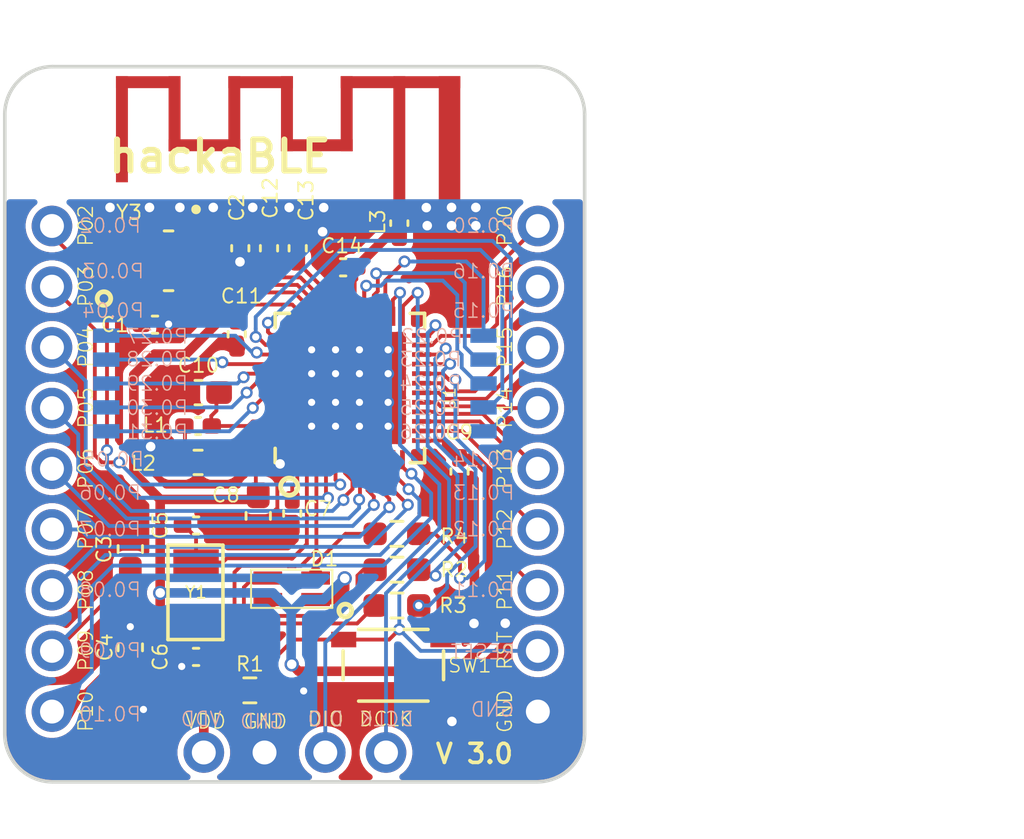
<source format=kicad_pcb>
(kicad_pcb (version 20241229) (generator "pcbnew") (generator_version "9.0")
  (layers (0 "F.Cu" signal) (2 "B.Cu" signal) (13 "F.Paste" user) (15 "B.Paste" user) (5 "F.SilkS" user "F.Silkscreen") (7 "B.SilkS" user "B.Silkscreen") (1 "F.Mask" user) (3 "B.Mask" user) (25 "Edge.Cuts" user))
  (net 0 "")
  (net 1 "GND")
  (net 2 "VDD")
  (net 3 "Net-(L1-Pad1)")
  (net 4 "Net-(L3-Pad2)")
  (net 5 "/P0.09")
  (net 6 "/P0.10")
  (net 7 "/P0.08")
  (net 8 "/P0.07")
  (net 9 "/P0.06")
  (net 10 "/P0.05")
  (net 11 "/P0.04")
  (net 12 "/P0.03")
  (net 13 "/P0.02")
  (net 14 "/P0.20")
  (net 15 "/P0.16")
  (net 16 "/P0.15")
  (net 17 "/P0.14")
  (net 18 "/P0.13")
  (net 19 "/P0.12")
  (net 20 "/P0.11")
  (net 21 "/RESET")
  (net 22 "/P0.24")
  (net 23 "/P0.25")
  (net 24 "/P0.26")
  (net 25 "/P0.23")
  (net 26 "/P0.22")
  (net 27 "/P0.29")
  (net 28 "/P0.30")
  (net 29 "/P0.31")
  (net 30 "/P0.28")
  (net 31 "/P0.27")
  (net 32 "/SWDCLK")
  (net 33 "/SWDIO")
  (net 34 "/BLUE")
  (net 35 "/GREEN")
  (net 36 "/RED")
  (net 37 "Net-(U1-XC2)")
  (net 38 "Net-(U1-XC1)")
  (net 39 "Net-(U1-P0.00{slash}XL1)")
  (net 40 "Net-(U1-P0.01{slash}XL2)")
  (net 41 "Net-(U1-DEC1)")
  (net 42 "Net-(U1-DEC4)")
  (net 43 "Net-(U1-DEC3)")
  (net 44 "Net-(U1-DEC2)")
  (net 45 "Net-(U1-ANT)")
  (net 46 "Net-(D1-BK)")
  (net 47 "Net-(D1-RK)")
  (net 48 "Net-(D1-GK)")
  (net 49 "Net-(U1-DCC)")
  (footprint "Capacitor_SMD:C_0603_1608Metric_Pad1.08x0.95mm_HandSolder" (layer "F.Cu") (at 169.25 123.3875 90)
    (property "Reference" "C3")
    (property "Value" "TBD")
  )
  (footprint "Capacitor_SMD:C_0603_1608Metric_Pad1.08x0.95mm_HandSolder" (layer "F.Cu") (at 169.25 127.5 -90)
    (property "Reference" "C4")
    (property "Value" "TBD")
  )
  (footprint "Capacitor_SMD:C_0402_1005Metric_Pad0.74x0.62mm_HandSolder" (layer "F.Cu") (at 172 122.4)
    (property "Reference" "C5")
    (property "Value" "12pF")
  )
  (footprint "Capacitor_SMD:C_0402_1005Metric_Pad0.74x0.62mm_HandSolder" (layer "F.Cu") (at 172 127.9 180)
    (property "Reference" "C6")
    (property "Value" "12pF")
  )
  (footprint "Capacitor_SMD:C_0402_1005Metric_Pad0.74x0.62mm_HandSolder" (layer "F.Cu") (at 176.022 121.9 -90)
    (property "Reference" "C7")
    (property "Value" "0.1uF")
  )
  (footprint "Capacitor_SMD:C_0603_1608Metric_Pad1.08x0.95mm_HandSolder" (layer "F.Cu") (at 174.6 122 90)
    (property "Reference" "C8")
    (property "Value" "4.7uF")
  )
  (footprint "Capacitor_SMD:C_0402_1005Metric_Pad0.74x0.62mm_HandSolder" (layer "F.Cu") (at 183.019 120.142 90)
    (property "Reference" "C9")
    (property "Value" "0.1uF")
  )
  (footprint "Capacitor_SMD:C_0603_1608Metric_Pad1.08x0.95mm_HandSolder" (layer "F.Cu") (at 172.1 116.84)
    (property "Reference" "C10")
    (property "Value" "1uF")
  )
  (footprint "Capacitor_SMD:C_0402_1005Metric_Pad0.74x0.62mm_HandSolder" (layer "F.Cu") (at 173.7 114.4 90)
    (property "Reference" "C11")
    (property "Value" "0.1uF")
  )
  (footprint "Capacitor_SMD:C_0402_1005Metric_Pad0.74x0.62mm_HandSolder" (layer "F.Cu") (at 175.05 110.8 -90)
    (property "Reference" "C12")
    (property "Value" "100pF")
  )
  (footprint "Capacitor_SMD:C_0402_1005Metric_Pad0.74x0.62mm_HandSolder" (layer "F.Cu") (at 176.25 110.8 -90)
    (property "Reference" "C13")
    (property "Value" "NC")
  )
  (footprint "hackaBLE:RGB_LED" (layer "F.Cu") (at 176 125.05 180)
    (property "Reference" "D1")
    (property "Value" "LED_ARGB")
  )
  (footprint "hackaBLE:Pin_Header_Straight_1x04_Pitch2.54" (layer "F.Cu") (at 179.944 131.9 -90)
    (property "Reference" "J7" (hide yes))
    (property "Value" "SWD")
  )
  (footprint "Inductor_SMD:L_0402_1005Metric_Pad0.77x0.64mm_HandSolder" (layer "F.Cu") (at 172.085 118.237)
    (property "Reference" "L1")
    (property "Value" "15nH")
  )
  (footprint "Inductor_SMD:L_0603_1608Metric_Pad1.05x0.95mm_HandSolder" (layer "F.Cu") (at 172.085 119.761 180)
    (property "Reference" "L2")
    (property "Value" "10uH")
  )
  (footprint "Resistor_SMD:R_0603_1608Metric_Pad0.98x0.95mm_HandSolder" (layer "F.Cu") (at 174.25 129.3)
    (property "Reference" "R1")
    (property "Value" "10K")
  )
  (footprint "Resistor_SMD:R_0603_1608Metric_Pad0.98x0.95mm_HandSolder" (layer "F.Cu") (at 180.400008 124.25)
    (property "Reference" "R2")
    (property "Value" "100R")
  )
  (footprint "Resistor_SMD:R_0603_1608Metric_Pad0.98x0.95mm_HandSolder" (layer "F.Cu") (at 180.4 125.75)
    (property "Reference" "R3")
    (property "Value" "100R")
  )
  (footprint "Resistor_SMD:R_0603_1608Metric_Pad0.98x0.95mm_HandSolder" (layer "F.Cu") (at 180.4 122.75)
    (property "Reference" "R4")
    (property "Value" "200R")
  )
  (footprint "hackaBLE:ABS07_crystal" (layer "F.Cu") (at 172 125.2 -90)
    (property "Reference" "Y1")
    (property "Value" "32.768KHz" (hide yes))
  )
  (footprint "hackaBLE:Antenna-2.45GHZ_mirror" (layer "F.Cu") (at 170.213 106.3)
    (property "Reference" "U3" (hide yes))
    (property "Value" "RF_Antenna")
  )
  (footprint "Inductor_SMD:L_0402_1005Metric_Pad0.77x0.64mm_HandSolder" (layer "F.Cu") (at 180.5 109.75 90)
    (property "Reference" "L3")
    (property "Value" "3.9uH")
  )
  (footprint "Capacitor_SMD:C_0402_1005Metric_Pad0.74x0.62mm_HandSolder" (layer "F.Cu") (at 178.151 111.598)
    (property "Reference" "C14")
    (property "Value" "0.8pF")
  )
  (footprint "hackaBLE:PinHeaderStraight1x09_Pitch2.54mm" (layer "F.Cu") (at 165.974 130.188 180)
    (property "Reference" "J1" (hide yes))
    (property "Value" "GPIO")
  )
  (footprint "hackaBLE:PinHeaderStraight1x09_Pitch2.54mm" (layer "F.Cu") (at 186.294 109.868)
    (property "Reference" "J2" (hide yes))
    (property "Value" "GPIO")
  )
  (footprint "Capacitor_SMD:C_0402_1005Metric_Pad0.74x0.62mm_HandSolder" (layer "F.Cu") (at 170.283 113.998)
    (property "Reference" "C1")
    (property "Value" "12pF")
  )
  (footprint "Capacitor_SMD:C_0402_1005Metric_Pad0.74x0.62mm_HandSolder" (layer "F.Cu") (at 173.85 110.8 -90)
    (property "Reference" "C2")
    (property "Value" "12pF")
  )
  (footprint "hackaBLE:nRF52832" (layer "F.Cu") (at 178.433 116.648 90)
    (property "Reference" "U1")
    (property "Value" "nrf52832")
  )
  (footprint "hackaBLE:PTS810_Switch" (layer "F.Cu") (at 180.25 128.25)
    (property "Reference" "SW1")
    (property "Value" "SW_Push")
  )
  (footprint "crystal:XTAL_ABM8-32.000MHZ-B2-T3" (layer "F.Cu") (at 170.85 111.325 -90)
    (property "Reference" "Y3")
    (property "Value" "ABM8-32.000MHZ-B2-T3")
  )
  (footprint "hackaBLE:5pin_header" (layer "B.Cu") (at 184.023 116.459)
    (property "Reference" "J3" (hide yes))
    (property "Value" "GPIO")
  )
  (footprint "hackaBLE:5pin_header" (layer "B.Cu") (at 168.245 116.459)
    (property "Reference" "J5" (hide yes))
    (property "Value" "GPIO")
  )
  (gr_circle (center 168.148 112.903) (end 168.275 113.157) (stroke (width 0.2)) (fill no) (layer "F.SilkS"))
  (gr_circle (center 175.895 120.777) (end 176.149 121.031) (stroke (width 0.2)) (fill no) (layer "F.SilkS"))
  (gr_circle (center 178.24196 125.96114) (end 178.35626 126.20498) (stroke (width 0.2)) (fill no) (layer "F.SilkS"))
  (gr_line (start 186.25 103.2) (end 166 103.2) (stroke (width 0.15)) (layer "Edge.Cuts"))
  (gr_arc (start 186.25 103.2) (mid 187.664214 103.785786) (end 188.25 105.2) (stroke (width 0.15)) (layer "Edge.Cuts"))
  (gr_line (start 166 133.128) (end 186.25 133.128) (stroke (width 0.15)) (layer "Edge.Cuts"))
  (gr_line (start 188.25 131.128) (end 188.25 105.2) (stroke (width 0.15)) (layer "Edge.Cuts"))
  (gr_arc (start 164 105.2) (mid 164.585786 103.785786) (end 166 103.2) (stroke (width 0.15)) (layer "Edge.Cuts"))
  (gr_arc (start 188.25 131.128) (mid 187.664214 132.542214) (end 186.25 133.128) (stroke (width 0.15)) (layer "Edge.Cuts"))
  (gr_line (start 164 105.2) (end 164 131.128) (stroke (width 0.15)) (layer "Edge.Cuts"))
  (gr_arc (start 166 133.128) (mid 164.585786 132.542214) (end 164 131.128) (stroke (width 0.15)) (layer "Edge.Cuts"))
  (gr_text "V 3.0" (at 183.642 131.953 0) (layer "F.SilkS") (effects (font (size 0.8 0.8))))
  (gr_text "GND" (at 174.9 130.6 0) (layer "F.SilkS") (effects (font (size 0.6 0.6) (thickness 0.06))))
  (gr_text "DIO" (at 177.419 130.5 0) (layer "F.SilkS") (effects (font (size 0.6 0.6) (thickness 0.06))))
  (gr_text "DCLK" (at 179.959 130.5 0) (layer "F.SilkS") (effects (font (size 0.6 0.6) (thickness 0.06))))
  (gr_text "P09" (at 167.386 127.635 90) (layer "F.SilkS") (effects (font (size 0.6 0.6) (thickness 0.06))))
  (gr_text "P08" (at 167.386 125.095 90) (layer "F.SilkS") (effects (font (size 0.6 0.6) (thickness 0.06))))
  (gr_text "P07" (at 167.386 122.555 90) (layer "F.SilkS") (effects (font (size 0.6 0.6) (thickness 0.06))))
  (gr_text "P06" (at 167.386 120.015 90) (layer "F.SilkS") (effects (font (size 0.6 0.6) (thickness 0.06))))
  (gr_text "P05" (at 167.386 117.475 90) (layer "F.SilkS") (effects (font (size 0.6 0.6) (thickness 0.06))))
  (gr_text "P04" (at 167.386 114.935 90) (layer "F.SilkS") (effects (font (size 0.6 0.6) (thickness 0.06))))
  (gr_text "P03" (at 167.386 112.395 90) (layer "F.SilkS") (effects (font (size 0.6 0.6) (thickness 0.06))))
  (gr_text "P02" (at 167.386 109.855 90) (layer "F.SilkS") (effects (font (size 0.6 0.6) (thickness 0.06))))
  (gr_text "GND" (at 184.912 130.175 90) (layer "F.SilkS") (effects (font (size 0.6 0.6) (thickness 0.06))))
  (gr_text "RST" (at 184.912 127.635 90) (layer "F.SilkS") (effects (font (size 0.6 0.6) (thickness 0.06))))
  (gr_text "P11" (at 184.912 125.095 90) (layer "F.SilkS") (effects (font (size 0.6 0.6) (thickness 0.06))))
  (gr_text "P12" (at 184.912 122.555 90) (layer "F.SilkS") (effects (font (size 0.6 0.6) (thickness 0.06))))
  (gr_text "P13" (at 184.912 120.015 90) (layer "F.SilkS") (effects (font (size 0.6 0.6) (thickness 0.06))))
  (gr_text "P14" (at 184.912 117.475 90) (layer "F.SilkS") (effects (font (size 0.6 0.6) (thickness 0.06))))
  (gr_text "P15" (at 184.912 114.935 90) (layer "F.SilkS") (effects (font (size 0.6 0.6) (thickness 0.06))))
  (gr_text "P16" (at 184.912 112.395 90) (layer "F.SilkS") (effects (font (size 0.6 0.6) (thickness 0.06))))
  (gr_text "P20" (at 184.912 109.855 90) (layer "F.SilkS") (effects (font (size 0.6 0.6) (thickness 0.06))))
  (gr_text "VDD" (at 172.4 130.6 0) (layer "F.SilkS") (effects (font (size 0.6 0.6) (thickness 0.06))))
  (gr_text "P10" (at 167.386 130.175 90) (layer "F.SilkS") (effects (font (size 0.6 0.6) (thickness 0.06))))
  (gr_text "hackaBLE" (at 172.9994 106.9594 0) (layer "F.SilkS") (effects (font (size 1.3 1.3) (thickness 0.25))))
  (gr_text "GND" (at 184.4 130.1 0) (layer "B.SilkS") (effects (font (size 0.6 0.6) (thickness 0.06)) (justify mirror)))
  (gr_text "RESET" (at 184 127.7 0) (layer "B.SilkS") (effects (font (size 0.6 0.6) (thickness 0.06)) (justify mirror)))
  (gr_text "P0.11" (at 184.023 125.095 0) (layer "B.SilkS") (effects (font (size 0.6 0.6) (thickness 0.06)) (justify mirror)))
  (gr_text "P0.12" (at 184.023 122.555 0) (layer "B.SilkS") (effects (font (size 0.6 0.6) (thickness 0.06)) (justify mirror)))
  (gr_text "P0.13" (at 184.023 121.031 0) (layer "B.SilkS") (effects (font (size 0.6 0.6) (thickness 0.06)) (justify mirror)))
  (gr_text "P0.14\n" (at 184.023 119.634 0) (layer "B.SilkS") (effects (font (size 0.6 0.6) (thickness 0.06)) (justify mirror)))
  (gr_text "P0.15\n" (at 184.023 113.411 0) (layer "B.SilkS") (effects (font (size 0.6 0.6) (thickness 0.06)) (justify mirror)))
  (gr_text "P0.16" (at 184.023 111.76 0) (layer "B.SilkS") (effects (font (size 0.6 0.6) (thickness 0.06)) (justify mirror)))
  (gr_text "P0.20" (at 184.023 109.855 0) (layer "B.SilkS") (effects (font (size 0.6 0.6) (thickness 0.06)) (justify mirror)))
  (gr_text "P0.10" (at 168.402 130.302 0) (layer "B.SilkS") (effects (font (size 0.6 0.6) (thickness 0.06)) (justify mirror)))
  (gr_text "P0.09" (at 168.402 127.635 0) (layer "B.SilkS") (effects (font (size 0.6 0.6) (thickness 0.06)) (justify mirror)))
  (gr_text "P0.08" (at 168.402 125.095 0) (layer "B.SilkS") (effects (font (size 0.6 0.6) (thickness 0.06)) (justify mirror)))
  (gr_text "P0.07" (at 168.402 122.555 0) (layer "B.SilkS") (effects (font (size 0.6 0.6) (thickness 0.06)) (justify mirror)))
  (gr_text "P0.06" (at 168.402 121.031 0) (layer "B.SilkS") (effects (font (size 0.6 0.6) (thickness 0.06)) (justify mirror)))
  (gr_text "P0.05" (at 168.529 119.634 0) (layer "B.SilkS") (effects (font (size 0.6 0.6) (thickness 0.06)) (justify mirror)))
  (gr_text "P0.04" (at 168.529 113.411 0) (layer "B.SilkS") (effects (font (size 0.6 0.6) (thickness 0.06)) (justify mirror)))
  (gr_text "P0.03" (at 168.529 111.76 0) (layer "B.SilkS") (effects (font (size 0.6 0.6) (thickness 0.06)) (justify mirror)))
  (gr_text "P0.02" (at 168.402 109.855 0) (layer "B.SilkS") (effects (font (size 0.6 0.6) (thickness 0.06)) (justify mirror)))
  (gr_text "P0.27" (at 170.3705 114.4905 0) (layer "B.SilkS") (effects (font (size 0.6 0.6) (thickness 0.06)) (justify mirror)))
  (gr_text "P0.28" (at 170.3705 115.443 0) (layer "B.SilkS") (effects (font (size 0.6 0.6) (thickness 0.06)) (justify mirror)))
  (gr_text "P0.29" (at 170.3705 116.459 0) (layer "B.SilkS") (effects (font (size 0.6 0.6) (thickness 0.06)) (justify mirror)))
  (gr_text "P0.30" (at 170.3705 117.475 0) (layer "B.SilkS") (effects (font (size 0.6 0.6) (thickness 0.06)) (justify mirror)))
  (gr_text "P0.31" (at 170.3705 118.491 0) (layer "B.SilkS") (effects (font (size 0.6 0.6) (thickness 0.06)) (justify mirror)))
  (gr_text "P0.26" (at 181.8005 118.491 0) (layer "B.SilkS") (effects (font (size 0.6 0.6) (thickness 0.06)) (justify mirror)))
  (gr_text "P0.25" (at 181.8005 117.475 0) (layer "B.SilkS") (effects (font (size 0.6 0.6) (thickness 0.06)) (justify mirror)))
  (gr_text "P0.24" (at 181.8005 116.459 0) (layer "B.SilkS") (effects (font (size 0.6 0.6) (thickness 0.06)) (justify mirror)))
  (gr_text "P0.23" (at 181.8005 115.443 0) (layer "B.SilkS") (effects (font (size 0.6 0.6) (thickness 0.06)) (justify mirror)))
  (gr_text "P0.22" (at 181.864 114.4905 0) (layer "B.SilkS") (effects (font (size 0.6 0.6) (thickness 0.06)) (justify mirror)))
  (gr_text "VDD" (at 172.212 130.5 0) (layer "B.SilkS") (effects (font (size 0.6 0.6) (thickness 0.06)) (justify mirror)))
  (gr_text "GND" (at 174.752 130.6 0) (layer "B.SilkS") (effects (font (size 0.6 0.6) (thickness 0.06)) (justify mirror)))
  (gr_text "DIO" (at 177.419 130.5 0) (layer "B.SilkS") (effects (font (size 0.6 0.6) (thickness 0.06)) (justify mirror)))
  (gr_text "DCLK" (at 179.959 130.5 0) (layer "B.SilkS") (effects (font (size 0.6 0.6) (thickness 0.06)) (justify mirror)))
  (segment (start 175.433 117.648) (end 176.022 117.648) (width 0.16) (layer "F.Cu") (net 1))
  (segment (start 176.833 118.248) (end 176.233 117.648) (width 0.16) (layer "F.Cu") (net 1))
  (segment (start 184.93101 126.917526) (end 184.93101 126.493262) (width 0.4) (layer "F.Cu") (net 1))
  (segment (start 176.022 122.4675) (end 175.6675 122.4675) (width 0.16) (layer "F.Cu") (net 1))
  (segment (start 178.233 113.648) (end 178.233 112.733) (width 0.16) (layer "F.Cu") (net 1))
  (segment (start 173.837 111.3675) (end 173.837 111.405) (width 0.4) (layer "F.Cu") (net 1))
  (segment (start 178.233 113.648) (end 178.233 114.367) (width 0.16) (layer "F.Cu") (net 1))
  (segment (start 176.5 130) (end 174.864 131.636) (width 0.4) (layer "F.Cu") (net 1))
  (segment (start 170.1 119.1) (end 170.1 118.09) (width 0.4) (layer "F.Cu") (net 1))
  (segment (start 175.433 117.648) (end 177.433 117.648) (width 0.16) (layer "F.Cu") (net 1))
  (segment (start 183.642 123.698) (end 183.019 123.075) (width 0.4) (layer "F.Cu") (net 1))
  (segment (start 173.042 112.2) (end 172 112.2) (width 0.4) (layer "F.Cu") (net 1))
  (segment (start 176.25 110.25) (end 176.25 110.186) (width 0.4) (layer "F.Cu") (net 1))
  (segment (start 173.837 111.405) (end 173.042 112.2) (width 0.4) (layer "F.Cu") (net 1))
  (segment (start 184.93101 128.82501) (end 184.93101 126.917526) (width 0.4) (layer "F.Cu") (net 1))
  (segment (start 174.864 131.636) (end 174.864 131.9) (width 0.4) (layer "F.Cu") (net 1))
  (segment (start 176.5 129.325) (end 176.5 130) (width 0.4) (layer "F.Cu") (net 1))
  (segment (start 177.433 117.648) (end 178.433 116.648) (width 0.16) (layer "F.Cu") (net 1))
  (segment (start 176.233 117.648) (end 176.022 117.648) (width 0.16) (layer "F.Cu") (net 1))
  (segment (start 183.623 126.5) (end 183.642 126.481) (width 0.4) (layer "F.Cu") (net 1))
  (segment (start 175.6675 122.4675) (end 175.4 122.2) (width 0.16) (layer "F.Cu") (net 1))
  (segment (start 183.019 123.075) (end 183.019 120.692) (width 0.4) (layer "F.Cu") (net 1))
  (segment (start 170.8505 113.975) (end 170.8505 113.998) (width 0.16) (layer "F.Cu") (net 1))
  (segment (start 175.4 119.9385) (end 175.514 119.8245) (width 0.16) (layer "F.Cu") (net 1))
  (segment (start 178.233 112.733) (end 177.5835 112.0835) (width 0.16) (layer "F.Cu") (net 1))
  (segment (start 186.294 130.188) (end 184.93101 128.82501) (width 0.4) (layer "F.Cu") (net 1))
  (segment (start 170.1 118.09) (end 171.35 116.84) (width 0.4) (layer "F.Cu") (net 1))
  (segment (start 183.642 126.481) (end 183.642 123.698) (width 0.4) (layer "F.Cu") (net 1))
  (segment (start 175.4 122.2) (end 175.4 119.9385) (width 0.16) (layer "F.Cu") (net 1))
  (segment (start 176.25 110.186) (end 177.338 109.098) (width 0.4) (layer "F.Cu") (net 1))
  (segment (start 176.5 129.325) (end 178.175 129.325) (width 0.4) (layer "F.Cu") (net 1))
  (segment (start 177.5835 112.0835) (end 177.5835 111.598) (width 0.16) (layer "F.Cu") (net 1))
  (via (at 172.72 109.093) (size 0.6) (drill 0.4) (layers "F.Cu" "B.Cu") (net 1))
  (via (at 184.93101 126.493262) (size 0.6) (drill 0.4) (layers "F.Cu" "B.Cu") (net 1))
  (via (at 171.4 128.3) (size 0.5) (drill 0.3) (layers "F.Cu" "B.Cu") (net 1))
  (via (at 173.837 111.3675) (size 0.6) (drill 0.4) (layers "F.Cu" "B.Cu") (net 1))
  (via (at 183.623 126.5) (size 0.6) (drill 0.4) (layers "F.Cu" "B.Cu") (net 1))
  (via (at 171.323 109.093) (size 0.6) (drill 0.4) (layers "F.Cu" "B.Cu") (net 1))
  (via (at 183.7 109.855) (size 0.6) (drill 0.4) (layers "F.Cu" "B.Cu") (net 1))
  (via (at 181.668 109.855) (size 0.6) (drill 0.4) (layers "F.Cu" "B.Cu") (net 1))
  (via (at 183.7 109.093) (size 0.6) (drill 0.4) (layers "F.Cu" "B.Cu") (net 1))
  (via (at 169.25 126.6375) (size 0.5) (drill 0.3) (layers "F.Cu" "B.Cu") (net 1))
  (via (at 176.5 129.325) (size 0.5) (drill 0.3) (layers "F.Cu" "B.Cu") (net 1))
  (via (at 170.8505 113.975) (size 0.5) (drill 0.3) (layers "F.Cu" "B.Cu") (net 1))
  (via (at 174.371 109.093) (size 0.6) (drill 0.4) (layers "F.Cu" "B.Cu") (net 1))
  (via (at 177.292 110.109) (size 0.6) (drill 0.4) (layers "F.Cu" "B.Cu") (net 1))
  (via (at 175.514 119.8245) (size 0.6) (drill 0.4) (layers "F.Cu" "B.Cu") (net 1))
  (via (at 181.63 109.099) (size 0.6) (drill 0.4) (layers "F.Cu" "B.Cu") (net 1))
  (via (at 175.895 109.093) (size 0.6) (drill 0.4) (layers "F.Cu" "B.Cu") (net 1))
  (via (at 170.053 109.093) (size 0.6) (drill 0.4) (layers "F.Cu" "B.Cu") (net 1))
  (via (at 168.402 109.093) (size 0.6) (drill 0.4) (layers "F.Cu" "B.Cu") (net 1))
  (via (at 182.684 109.855) (size 0.6) (drill 0.4) (layers "F.Cu" "B.Cu") (net 1))
  (via (at 169.8 130.1) (size 0.5) (drill 0.3) (layers "F.Cu" "B.Cu") (net 1))
  (via (at 182.684 109.093) (size 0.6) (drill 0.4) (layers "F.Cu" "B.Cu") (net 1))
  (via (at 177.338 109.098) (size 0.6) (drill 0.4) (layers "F.Cu" "B.Cu") (net 1))
  (via (at 170.1 119.1) (size 0.6) (drill 0.4) (layers "F.Cu" "B.Cu") (net 1))
  (via (at 182.7 130.6) (size 0.6) (drill 0.4) (layers "F.Cu" "B.Cu") (net 1))
  (segment (start 171.323 109.093) (end 170.053 109.093) (width 0.4) (layer "B.Cu") (net 1))
  (segment (start 184.924272 126.5) (end 184.93101 126.493262) (width 0.4) (layer "B.Cu") (net 1))
  (segment (start 183.7 109.093) (end 182.684 109.093) (width 0.4) (layer "B.Cu") (net 1))
  (segment (start 182.7 130.6) (end 182.735 130.6) (width 0.4) (layer "B.Cu") (net 1))
  (segment (start 172.72 109.093) (end 171.323 109.093) (width 0.4) (layer "B.Cu") (net 1))
  (segment (start 182.684 109.855) (end 183.7 109.855) (width 0.4) (layer "B.Cu") (net 1))
  (segment (start 171.4 130.1) (end 172.2 129.3) (width 0.4) (layer "B.Cu") (net 1))
  (segment (start 177.338 109.098) (end 175.9 109.098) (width 0.4) (layer "B.Cu") (net 1))
  (segment (start 181.63 109.099) (end 181.63 109.817) (width 0.4) (layer "B.Cu") (net 1))
  (segment (start 176.475 129.3) (end 176.5 129.325) (width 0.4) (layer "B.Cu") (net 1))
  (segment (start 183.7 109.093) (end 183.7 109.855) (width 0.4) (layer "B.Cu") (net 1))
  (segment (start 169.8 130.1) (end 171.4 130.1) (width 0.4) (layer "B.Cu") (net 1))
  (segment (start 183.623 126.5) (end 184.924272 126.5) (width 0.4) (layer "B.Cu") (net 1))
  (segment (start 181.63 109.099) (end 182.678 109.099) (width 0.4) (layer "B.Cu") (net 1))
  (segment (start 175.9 109.098) (end 175.895 109.093) (width 0.4) (layer "B.Cu") (net 1))
  (segment (start 177.338 110.063) (end 177.292 110.109) (width 0.4) (layer "B.Cu") (net 1))
  (segment (start 177.338 109.098) (end 177.338 110.063) (width 0.4) (layer "B.Cu") (net 1))
  (segment (start 182.735 130.6) (end 183.147 130.188) (width 0.4) (layer "B.Cu") (net 1))
  (segment (start 175.895 109.093) (end 174.371 109.093) (width 0.4) (layer "B.Cu") (net 1))
  (segment (start 183.147 130.188) (end 186.294 130.188) (width 0.4) (layer "B.Cu") (net 1))
  (segment (start 170.053 109.093) (end 168.402 109.093) (width 0.4) (layer "B.Cu") (net 1))
  (segment (start 181.668 109.855) (end 182.684 109.855) (width 0.4) (layer "B.Cu") (net 1))
  (segment (start 174.371 109.093) (end 172.72 109.093) (width 0.4) (layer "B.Cu") (net 1))
  (segment (start 182.678 109.099) (end 182.684 109.093) (width 0.4) (layer "B.Cu") (net 1))
  (segment (start 172.2 129.3) (end 176.475 129.3) (width 0.4) (layer "B.Cu") (net 1))
  (segment (start 181.63 109.817) (end 181.668 109.855) (width 0.4) (layer "B.Cu") (net 1))
  (segment (start 170.5 128.75) (end 171.25 129.5) (width 0.4) (layer "F.Cu") (net 2))
  (segment (start 175.433 118.848) (end 175.03 118.848) (width 0.16) (layer "F.Cu") (net 2))
  (segment (start 169.4 116.096) (end 170.264989 115.231011) (width 0.4) (layer "F.Cu") (net 2))
  (segment (start 174.6 121.1375) (end 174.5 121.2375) (width 0.4) (layer "F.Cu") (net 2))
  (segment (start 173.3375 129.5) (end 172.324 130.5135) (width 0.4) (layer "F.Cu") (net 2))
  (segment (start 174.5 121.0375) (end 174.6 121.1375) (width 0.16) (layer "F.Cu") (net 2))
  (segment (start 178.216 124.613001) (end 178.212315 124.616686) (width 0.4) (layer "F.Cu") (net 2))
  (segment (start 176.233 113.648) (end 176.233 113.368) (width 0.16) (layer "F.Cu") (net 2))
  (segment (start 174.5 119.251) (end 174.5 121.0375) (width 0.16) (layer "F.Cu") (net 2))
  (segment (start 183.669 119.592) (end 183.019 119.592) (width 0.4) (layer "F.Cu") (net 2))
  (segment (start 170.5 121.3115) (end 169.4 120.2115) (width 0.4) (layer "F.Cu") (net 2))
  (segment (start 181.433 118.848) (end 182.325 118.848) (width 0.16) (layer "F.Cu") (net 2))
  (segment (start 169.4 120.2115) (end 169.4 116.096) (width 0.4) (layer "F.Cu") (net 2))
  (segment (start 182.904 128.5) (end 184.277 127.127) (width 0.4) (layer "F.Cu") (net 2))
  (segment (start 175.433 118.848) (end 174.903 118.848) (width 0.16) (layer "F.Cu") (net 2))
  (segment (start 183.019 119.542) (end 182.476 118.999) (width 0.4) (layer "F.Cu") (net 2))
  (segment (start 177.75 125.5) (end 178.216 125.034) (width 0.4) (layer "F.Cu") (net 2))
  (segment (start 182.325 118.848) (end 182.476 118.999) (width 0.16) (layer "F.Cu") (net 2))
  (segment (start 174.326 121.3115) (end 170.5 121.3115) (width 0.4) (layer "F.Cu") (net 2))
  (segment (start 173.1375 129.5) (end 173.3375 129.3) (width 0.4) (layer "F.Cu") (net 2))
  (segment (start 183.019 119.592) (end 183.019 119.542) (width 0.4) (layer "F.Cu") (net 2))
  (segment (start 176.291 128.5) (end 182.904 128.5) (width 0.4) (layer "F.Cu") (net 2))
  (segment (start 184.277 120.2) (end 183.669 119.592) (width 0.4) (layer "F.Cu") (net 2))
  (segment (start 177.75 125.5) (end 177 125.5) (width 0.4) (layer "F.Cu") (net 2))
  (segment (start 173.3375 129.3) (end 173.3375 129.5) (width 0.4) (layer "F.Cu") (net 2))
  (segment (start 174.5 121.2375) (end 174.4 121.2375) (width 0.4) (layer "F.Cu") (net 2))
  (segment (start 184.277 127.127) (end 184.277 120.2) (width 0.4) (layer "F.Cu") (net 2))
  (segment (start 176.233 113.368) (end 176.022 113.157) (width 0.16) (layer "F.Cu") (net 2))
  (segment (start 174.752 121.3895) (end 174.752 121.449) (width 0.4) (layer "F.Cu") (net 2))
  (segment (start 170.5 121.3115) (end 170.5 125.222) (width 0.4) (layer "F.Cu") (net 2))
  (segment (start 171.25 129.5) (end 173.1375 129.5) (width 0.4) (layer "F.Cu") (net 2))
  (segment (start 170.5 125.222) (end 170.5 128.75) (width 0.4) (layer "F.Cu") (net 2))
  (segment (start 178.212315 124.616686) (end 178.184317 124.616686) (width 0.4) (layer "F.Cu") (net 2))
  (segment (start 172.324 130.5135) (end 172.324 131.9) (width 0.4) (layer "F.Cu") (net 2))
  (segment (start 174.4 121.2375) (end 174.326 121.3115) (width 0.4) (layer "F.Cu") (net 2))
  (segment (start 171.577 115.231011) (end 172.975511 113.8325) (width 0.4) (layer "F.Cu") (net 2))
  (segment (start 172.975511 113.8325) (end 173.7 113.8325) (width 0.4) (layer "F.Cu") (net 2))
  (segment (start 176 128.209) (end 176.291 128.5) (width 0.4) (layer "F.Cu") (net 2))
  (segment (start 178.184317 124.616686) (end 178.157 124.644003) (width 0.4) (layer "F.Cu") (net 2))
  (segment (start 170.264989 115.231011) (end 171.577 115.231011) (width 0.4) (layer "F.Cu") (net 2))
  (segment (start 176.022 113.157) (end 174.3755 113.157) (width 0.16) (layer "F.Cu") (net 2))
  (segment (start 174.903 118.848) (end 174.5 119.251) (width 0.16) (layer "F.Cu") (net 2))
  (segment (start 174.3755 113.157) (end 173.7 113.8325) (width 0.16) (layer "F.Cu") (net 2))
  (segment (start 178.216 125.034) (end 178.216 124.613001) (width 0.4) (layer "F.Cu") (net 2))
  (via (at 170.5 125.222) (size 0.6) (drill 0.4) (layers "F.Cu" "B.Cu") (net 2))
  (via (at 176 128.209) (size 0.6) (drill 0.4) (layers "F.Cu" "B.Cu") (net 2))
  (via (at 178.216 124.613001) (size 0.6) (drill 0.4) (layers "F.Cu" "B.Cu") (net 2))
  (segment (start 175.976001 128.185001) (end 175.976001 125.984) (width 0.4) (layer "B.Cu") (net 2))
  (segment (start 176.016 125.984) (end 175.976001 125.984) (width 0.4) (layer "B.Cu") (net 2))
  (segment (start 175.214001 125.222) (end 175.976001 125.984) (width 0.4) (layer "B.Cu") (net 2))
  (segment (start 176 128.209) (end 175.976001 128.185001) (width 0.4) (layer "B.Cu") (net 2))
  (segment (start 176.5 125.5) (end 176.016 125.984) (width 0.4) (layer "B.Cu") (net 2))
  (segment (start 178.216 124.613001) (end 177.329001 125.5) (width 0.4) (layer "B.Cu") (net 2))
  (segment (start 170.5 125.222) (end 175.214001 125.222) (width 0.4) (layer "B.Cu") (net 2))
  (segment (start 177.329001 125.5) (end 176.5 125.5) (width 0.4) (layer "B.Cu") (net 2))
  (segment (start 171.38396 119.761) (end 171.38396 119.00156) (width 0.16) (layer "F.Cu") (net 3))
  (segment (start 171.535 118.237) (end 171.535 118.872) (width 0.16) (layer "F.Cu") (net 3))
  (segment (start 171.51352 118.872) (end 171.535 118.872) (width 0.16) (layer "F.Cu") (net 3))
  (segment (start 171.38396 119.00156) (end 171.51352 118.872) (width 0.16) (layer "F.Cu") (net 3))
  (segment (start 180.233 119.648) (end 180.233 120.225066) (width 0.16) (layer "F.Cu") (net 5))
  (segment (start 169.25 124.543) (end 166.145 127.648) (width 0.16) (layer "F.Cu") (net 5))
  (segment (start 180.639591 120.631657) (end 180.88959 120.881656) (width 0.16) (layer "F.Cu") (net 5))
  (segment (start 180.233 120.225066) (end 180.639591 120.631657) (width 0.16) (layer "F.Cu") (net 5))
  (segment (start 169.25 124.25) (end 169.25 124.543) (width 0.16) (layer "F.Cu") (net 5))
  (via (at 180.88959 120.881656) (size 0.5) (drill 0.3) (layers "F.Cu" "B.Cu") (net 5))
  (segment (start 171.196 123.6345) (end 179.705 123.6345) (width 0.16) (layer "B.Cu") (net 5))
  (segment (start 168.2115 123.6345) (end 167.132 124.714) (width 0.16) (layer "B.Cu") (net 5))
  (segment (start 167.132 124.714) (end 167.132 126.49) (width 0.16) (layer "B.Cu") (net 5))
  (segment (start 167.132 126.49) (end 165.974 127.648) (width 0.16) (layer "B.Cu") (net 5))
  (segment (start 181.3395 121.331566) (end 181.1 121.092066) (width 0.16) (layer "B.Cu") (net 5))
  (segment (start 179.705 123.6345) (end 181.3395 122) (width 0.16) (layer "B.Cu") (net 5))
  (segment (start 171.196 123.6345) (end 168.2115 123.6345) (width 0.16) (layer "B.Cu") (net 5))
  (segment (start 181.1 121.092066) (end 180.88959 120.881656) (width 0.16) (layer "B.Cu") (net 5))
  (segment (start 181.3395 122) (end 181.3395 121.331566) (width 0.16) (layer "B.Cu") (net 5))
  (segment (start 180.916732 120.231732) (end 181.006467 120.231732) (width 0.16) (layer "F.Cu") (net 6))
  (segment (start 180.633 119.648) (end 180.633 119.948) (width 0.16) (layer "F.Cu") (net 6))
  (segment (start 165.974 130.238) (end 165.974 130.188) (width 0.16) (layer "F.Cu") (net 6))
  (segment (start 168.3375 128.3625) (end 166.512 130.188) (width 0.16) (layer "F.Cu") (net 6))
  (segment (start 166.512 130.188) (end 166.145 130.188) (width 0.16) (layer "F.Cu") (net 6))
  (segment (start 180.633 119.948) (end 180.916732 120.231732) (width 0.16) (layer "F.Cu") (net 6))
  (segment (start 169.25 128.3625) (end 168.3375 128.3625) (width 0.16) (layer "F.Cu") (net 6))
  (via (at 181.006467 120.231732) (size 0.5) (drill 0.3) (layers "F.Cu" "B.Cu") (net 6))
  (segment (start 169.672 124.079001) (end 179.832 124.079001) (width 0.16) (layer "B.Cu") (net 6))
  (segment (start 168.528999 124.079001) (end 167.64 124.968) (width 0.16) (layer "B.Cu") (net 6))
  (segment (start 167.64 124.968) (end 167.64 128.522) (width 0.16) (layer "B.Cu") (net 6))
  (segment (start 167.64 128.522) (end 165.974 130.188) (width 0.16) (layer "B.Cu") (net 6))
  (segment (start 181.832251 121.057516) (end 181.006467 120.231732) (width 0.16) (layer "B.Cu") (net 6))
  (segment (start 181.832251 122.07875) (end 181.832251 121.057516) (width 0.16) (layer "B.Cu") (net 6))
  (segment (start 169.672 124.079001) (end 168.528999 124.079001) (width 0.16) (layer "B.Cu") (net 6))
  (segment (start 179.832 124.079001) (end 181.832251 122.07875) (width 0.16) (layer "B.Cu") (net 6))
  (segment (start 180.605491 121.284994) (end 180.85549 121.534993) (width 0.16) (layer "F.Cu") (net 7))
  (segment (start 179.833 120.512503) (end 180.605491 121.284994) (width 0.16) (layer "F.Cu") (net 7))
  (segment (start 179.833 119.648) (end 179.833 120.512503) (width 0.16) (layer "F.Cu") (net 7))
  (via (at 180.85549 121.534993) (size 0.5) (drill 0.3) (layers "F.Cu" "B.Cu") (net 7))
  (segment (start 179.219061 123.294939) (end 180.85549 121.65851) (width 0.16) (layer "B.Cu") (net 7))
  (segment (start 180.85549 121.65851) (end 180.85549 121.534993) (width 0.16) (layer "B.Cu") (net 7))
  (segment (start 165.974 125.108) (end 167.787061 123.294939) (width 0.16) (layer "B.Cu") (net 7))
  (segment (start 167.787061 123.294939) (end 178.054 123.294939) (width 0.16) (layer "B.Cu") (net 7))
  (segment (start 178.054 123.294939) (end 179.219061 123.294939) (width 0.16) (layer "B.Cu") (net 7))
  (segment (start 179.482753 119.697753) (end 179.482753 120.683798) (width 0.16) (layer "F.Cu") (net 8))
  (segment (start 180.08083 121.281875) (end 180.08083 121.635428) (width 0.16) (layer "F.Cu") (net 8))
  (segment (start 179.433 119.648) (end 179.482753 119.697753) (width 0.16) (layer "F.Cu") (net 8))
  (segment (start 179.482753 120.683798) (end 180.08083 121.281875) (width 0.16) (layer "F.Cu") (net 8))
  (via (at 180.08083 121.635428) (size 0.5) (drill 0.3) (layers "F.Cu" "B.Cu") (net 8))
  (segment (start 167.480581 122.8725) (end 178.843758 122.8725) (width 0.16) (layer "B.Cu") (net 8))
  (segment (start 179.830831 121.885427) (end 180.08083 121.635428) (width 0.16) (layer "B.Cu") (net 8))
  (segment (start 167.176081 122.568) (end 167.480581 122.8725) (width 0.16) (layer "B.Cu") (net 8))
  (segment (start 165.974 122.568) (end 167.176081 122.568) (width 0.16) (layer "B.Cu") (net 8))
  (segment (start 178.843758 122.8725) (end 179.830831 121.885427) (width 0.16) (layer "B.Cu") (net 8))
  (segment (start 179.033 119.648) (end 179.033 120.089039) (width 0.16) (layer "F.Cu") (net 9))
  (segment (start 179.168743 120.922168) (end 179.433715 121.18714) (width 0.16) (layer "F.Cu") (net 9))
  (segment (start 179.033 120.089039) (end 179.168743 120.224782) (width 0.16) (layer "F.Cu") (net 9))
  (segment (start 179.433715 121.18714) (end 179.433715 121.540693) (width 0.16) (layer "F.Cu") (net 9))
  (segment (start 179.168743 120.224782) (end 179.168743 120.922168) (width 0.16) (layer "F.Cu") (net 9))
  (via (at 179.433715 121.540693) (size 0.5) (drill 0.3) (layers "F.Cu" "B.Cu") (net 9))
  (segment (start 178.553387 122.421021) (end 179.183716 121.790692) (width 0.16) (layer "B.Cu") (net 9))
  (segment (start 165.974 120.028) (end 168.367021 122.421021) (width 0.16) (layer "B.Cu") (net 9))
  (segment (start 179.183716 121.790692) (end 179.433715 121.540693) (width 0.16) (layer "B.Cu") (net 9))
  (segment (start 168.367021 122.421021) (end 178.553387 122.421021) (width 0.16) (layer "B.Cu") (net 9))
  (segment (start 178.633 120.133117) (end 178.854732 120.354849) (width 0.16) (layer "F.Cu") (net 10))
  (segment (start 178.854732 121.281768) (end 178.818946 121.317554) (width 0.16) (layer "F.Cu") (net 10))
  (segment (start 178.854732 120.354849) (end 178.854732 121.281768) (width 0.16) (layer "F.Cu") (net 10))
  (segment (start 178.633 119.648) (end 178.633 120.133117) (width 0.16) (layer "F.Cu") (net 10))
  (via (at 178.818946 121.317554) (size 0.5) (drill 0.3) (layers "F.Cu" "B.Cu") (net 10))
  (segment (start 169.09701 122.10701) (end 178.383043 122.10701) (width 0.16) (layer "B.Cu") (net 10))
  (segment (start 178.383043 122.10701) (end 178.818946 121.671107) (width 0.16) (layer "B.Cu") (net 10))
  (segment (start 178.818946 121.671107) (end 178.818946 121.317554) (width 0.16) (layer "B.Cu") (net 10))
  (segment (start 167.071998 120.081998) (end 169.09701 122.10701) (width 0.16) (layer "B.Cu") (net 10))
  (segment (start 167.071998 118.585998) (end 167.071998 120.081998) (width 0.16) (layer "B.Cu") (net 10))
  (segment (start 165.974 117.488) (end 167.071998 118.585998) (width 0.16) (layer "B.Cu") (net 10))
  (segment (start 178.233 119.648) (end 178.233 120.208) (width 0.16) (layer "F.Cu") (net 11))
  (segment (start 178.540721 120.515721) (end 178.540721 120.873637) (width 0.16) (layer "F.Cu") (net 11))
  (segment (start 178.16512 121.249238) (end 178.16512 121.333155) (width 0.16) (layer "F.Cu") (net 11))
  (segment (start 178.540721 120.873637) (end 178.16512 121.249238) (width 0.16) (layer "F.Cu") (net 11))
  (segment (start 178.233 120.208) (end 178.540721 120.515721) (width 0.16) (layer "F.Cu") (net 11))
  (via (at 178.16512 121.333155) (size 0.5) (drill 0.3) (layers "F.Cu" "B.Cu") (net 11))
  (segment (start 169.291 121.793) (end 177.705275 121.793) (width 0.16) (layer "B.Cu") (net 11))
  (segment (start 167.386 116.36) (end 167.386 119.888) (width 0.16) (layer "B.Cu") (net 11))
  (segment (start 177.915121 121.583154) (end 178.16512 121.333155) (width 0.16) (layer "B.Cu") (net 11))
  (segment (start 165.974 114.948) (end 167.386 116.36) (width 0.16) (layer "B.Cu") (net 11))
  (segment (start 167.386 119.888) (end 169.291 121.793) (width 0.16) (layer "B.Cu") (net 11))
  (segment (start 177.705275 121.793) (end 177.915121 121.583154) (width 0.16) (layer "B.Cu") (net 11))
  (segment (start 177.833 119.648) (end 177.833 120.492495) (width 0.16) (layer "F.Cu") (net 12))
  (segment (start 177.833 120.492495) (end 178.027549 120.687044) (width 0.16) (layer "F.Cu") (net 12))
  (segment (start 168.066678 119.761) (end 168.783 119.761) (width 0.16) (layer "F.Cu") (net 12))
  (segment (start 165.974 112.408) (end 167.767 114.201) (width 0.16) (layer "F.Cu") (net 12))
  (segment (start 167.767 114.201) (end 167.767 119.461322) (width 0.16) (layer "F.Cu") (net 12))
  (segment (start 167.767 119.461322) (end 168.066678 119.761) (width 0.16) (layer "F.Cu") (net 12))
  (via (at 178.027549 120.687044) (size 0.5) (drill 0.3) (layers "F.Cu" "B.Cu") (net 12))
  (via (at 168.783 119.761) (size 0.5) (drill 0.3) (layers "F.Cu" "B.Cu") (net 12))
  (segment (start 178.027549 120.687044) (end 170.017434 120.687044) (width 0.16) (layer "B.Cu") (net 12))
  (segment (start 169.709044 120.687044) (end 170.017434 120.687044) (width 0.16) (layer "B.Cu") (net 12))
  (segment (start 168.783 119.761) (end 169.672 120.65) (width 0.16) (layer "B.Cu") (net 12))
  (segment (start 168.275 119.253) (end 168.275 112.559) (width 0.16) (layer "F.Cu") (net 13))
  (segment (start 168.275 112.559) (end 167.984 112.268) (width 0.16) (layer "F.Cu") (net 13))
  (segment (start 177.433 121.16148) (end 177.51701 121.24549) (width 0.16) (layer "F.Cu") (net 13))
  (segment (start 165.974 110.258) (end 167.984 112.268) (width 0.16) (layer "F.Cu") (net 13))
  (segment (start 177.433 119.648) (end 177.433 121.16148) (width 0.16) (layer "F.Cu") (net 13))
  (via (at 177.51701 121.24549) (size 0.5) (drill 0.3) (layers "F.Cu" "B.Cu") (net 13))
  (via (at 168.275 119.253) (size 0.5) (drill 0.3) (layers "F.Cu" "B.Cu") (net 13))
  (segment (start 169.551168 121.24549) (end 168.275 119.969322) (width 0.16) (layer "B.Cu") (net 13))
  (segment (start 170.23588 121.24549) (end 169.76203 121.24549) (width 0.16) (layer "B.Cu") (net 13))
  (segment (start 168.275 119.969322) (end 168.275 119.606553) (width 0.16) (layer "B.Cu") (net 13))
  (segment (start 170.23588 121.24549) (end 169.869182 121.24549) (width 0.16) (layer "B.Cu") (net 13))
  (segment (start 170.23588 121.24549) (end 177.51701 121.24549) (width 0.16) (layer "B.Cu") (net 13))
  (segment (start 169.76203 121.24549) (end 169.551168 121.24549) (width 0.16) (layer "B.Cu") (net 13))
  (segment (start 177.163457 121.24549) (end 177.51701 121.24549) (width 0.16) (layer "B.Cu") (net 13))
  (segment (start 168.275 119.606553) (end 168.275 119.253) (width 0.16) (layer "B.Cu") (net 13))
  (segment (start 169.76203 121.24549) (end 177.163457 121.24549) (width 0.16) (layer "B.Cu") (net 13))
  (segment (start 184.59196 111.57004) (end 184.79516 111.36684) (width 0.16) (layer "F.Cu") (net 14))
  (segment (start 181.433 114.848) (end 181.869676 114.848) (width 0.16) (layer "F.Cu") (net 14))
  (segment (start 182.250036 114.46764) (end 184.09412 114.46764) (width 0.16) (layer "F.Cu") (net 14))
  (segment (start 184.09412 114.46764) (end 184.59196 113.9698) (width 0.16) (layer "F.Cu") (net 14))
  (segment (start 181.869676 114.848) (end 182.250036 114.46764) (width 0.16) (layer "F.Cu") (net 14))
  (segment (start 184.59196 113.9698) (end 184.59196 111.57004) (width 0.16) (layer "F.Cu") (net 14))
  (segment (start 184.79516 111.36684) (end 186.294 109.868) (width 0.16) (layer "F.Cu") (net 14))
  (segment (start 184.905971 115.535389) (end 184.905971 113.796029) (width 0.16) (layer "F.Cu") (net 15))
  (segment (start 181.433 116.448) (end 182.221798 116.448) (width 0.16) (layer "F.Cu") (net 15))
  (segment (start 185.444001 113.257999) (end 186.294 112.408) (width 0.16) (layer "F.Cu") (net 15))
  (segment (start 184.905971 113.796029) (end 185.444001 113.257999) (width 0.16) (layer "F.Cu") (net 15))
  (segment (start 182.5619 116.788102) (end 183.653258 116.788102) (width 0.16) (layer "F.Cu") (net 15))
  (segment (start 183.653258 116.788102) (end 184.905971 115.535389) (width 0.16) (layer "F.Cu") (net 15))
  (segment (start 182.221798 116.448) (end 182.5619 116.788102) (width 0.16) (layer "F.Cu") (net 15))
  (segment (start 185.444001 115.797999) (end 186.294 114.948) (width 0.16) (layer "F.Cu") (net 16))
  (segment (start 182.401194 117.102113) (end 184.139887 117.102113) (width 0.16) (layer "F.Cu") (net 16))
  (segment (start 182.147081 116.848) (end 182.401194 117.102113) (width 0.16) (layer "F.Cu") (net 16))
  (segment (start 184.139887 117.102113) (end 185.444001 115.797999) (width 0.16) (layer "F.Cu") (net 16))
  (segment (start 181.433 116.848) (end 182.147081 116.848) (width 0.16) (layer "F.Cu") (net 16))
  (segment (start 184.85612 117.416122) (end 184.927998 117.488) (width 0.16) (layer "F.Cu") (net 17))
  (segment (start 181.433 117.248) (end 182.06452 117.248) (width 0.16) (layer "F.Cu") (net 17))
  (segment (start 182.06452 117.248) (end 182.232642 117.416122) (width 0.16) (layer "F.Cu") (net 17))
  (segment (start 182.232642 117.416122) (end 184.85612 117.416122) (width 0.16) (layer "F.Cu") (net 17))
  (segment (start 184.927998 117.488) (end 186.294 117.488) (width 0.16) (layer "F.Cu") (net 17))
  (segment (start 183.996132 117.730132) (end 186.294 120.028) (width 0.16) (layer "F.Cu") (net 18))
  (segment (start 181.993 117.648) (end 182.075132 117.730132) (width 0.16) (layer "F.Cu") (net 18))
  (segment (start 181.433 117.648) (end 181.993 117.648) (width 0.16) (layer "F.Cu") (net 18))
  (segment (start 182.075132 117.730132) (end 183.996132 117.730132) (width 0.16) (layer "F.Cu") (net 18))
  (segment (start 185.025022 121.299022) (end 185.444001 121.718001) (width 0.16) (layer "F.Cu") (net 19))
  (segment (start 181.433 118.048) (end 183.869922 118.048) (width 0.16) (layer "F.Cu") (net 19))
  (segment (start 185.025022 119.2031) (end 185.025022 121.299022) (width 0.16) (layer "F.Cu") (net 19))
  (segment (start 183.869922 118.048) (end 185.025022 119.2031) (width 0.16) (layer "F.Cu") (net 19))
  (segment (start 185.444001 121.718001) (end 186.294 122.568) (width 0.16) (layer "F.Cu") (net 19))
  (segment (start 184.711011 120.020227) (end 184.711011 123.525011) (width 0.16) (layer "F.Cu") (net 20))
  (segment (start 184.711011 123.525011) (end 186.294 125.108) (width 0.16) (layer "F.Cu") (net 20))
  (segment (start 181.433 118.448) (end 183.138784 118.448) (width 0.16) (layer "F.Cu") (net 20))
  (segment (start 183.138784 118.448) (end 184.711011 120.020227) (width 0.16) (layer "F.Cu") (net 20))
  (segment (start 175.1625 128.0875) (end 176.075 127.175) (width 0.16) (layer "F.Cu") (net 21))
  (segment (start 180.075 127.175) (end 178.175 127.175) (width 0.16) (layer "F.Cu") (net 21))
  (segment (start 181.433 114.448) (end 181.733 114.448) (width 0.16) (layer "F.Cu") (net 21))
  (segment (start 175.1625 129.3) (end 175.1625 128.0875) (width 0.16) (layer "F.Cu") (net 21))
  (segment (start 180.5 126.75) (end 180.075 127.175) (width 0.16) (layer "F.Cu") (net 21))
  (segment (start 181.733 114.448) (end 182.011485 114.169515) (width 0.16) (layer "F.Cu") (net 21))
  (segment (start 176.075 127.175) (end 178.175 127.175) (width 0.16) (layer "F.Cu") (net 21))
  (segment (start 182.011485 114.169515) (end 182.011485 114.021697) (width 0.16) (layer "F.Cu") (net 21))
  (via (at 180.5 126.75) (size 0.5) (drill 0.3) (layers "F.Cu" "B.Cu") (net 21))
  (via (at 182.011485 114.021697) (size 0.5) (drill 0.3) (layers "F.Cu" "B.Cu") (net 21))
  (segment (start 180.5 125.2) (end 182.933032 122.766968) (width 0.16) (layer "B.Cu") (net 21))
  (segment (start 181.398 127.648) (end 186.153 127.648) (width 0.16) (layer "B.Cu") (net 21))
  (segment (start 180.5 126.75) (end 181.398 127.648) (width 0.16) (layer "B.Cu") (net 21))
  (segment (start 181.687462 114.34572) (end 182.011485 114.021697) (width 0.16) (layer "B.Cu") (net 21))
  (segment (start 180.5 126.75) (end 180.5 125.2) (width 0.16) (layer "B.Cu") (net 21))
  (segment (start 182.933032 122.766968) (end 182.933032 120.322032) (width 0.16) (layer "B.Cu") (net 21))
  (segment (start 185.799 128.143) (end 186.294 127.648) (width 0.16) (layer "B.Cu") (net 21))
  (segment (start 181.687462 119.076462) (end 181.687462 114.34572) (width 0.16) (layer "B.Cu") (net 21))
  (segment (start 182.933032 120.322032) (end 181.687462 119.076462) (width 0.16) (layer "B.Cu") (net 21))
  (segment (start 179.033 112.451588) (end 179.11701 112.367578) (width 0.16) (layer "F.Cu") (net 22))
  (segment (start 179.033 113.648) (end 179.033 112.451588) (width 0.16) (layer "F.Cu") (net 22))
  (segment (start 179.033 113.648) (end 179.033 112.649) (width 0.16) (layer "F.Cu") (net 22))
  (segment (start 179.033 112.649) (end 179.033 112.612) (width 0.16) (layer "F.Cu") (net 22))
  (via (at 179.11701 112.367578) (size 0.5) (drill 0.3) (layers "F.Cu" "B.Cu") (net 22))
  (segment (start 182.924997 112.757497) (end 182.924997 115.076259) (width 0.16) (layer "B.Cu") (net 22))
  (segment (start 182.924988 115.076268) (end 183.110001 115.261281) (width 0.16) (layer "B.Cu") (net 22))
  (segment (start 179.946979 112.153021) (end 182.320521 112.153021) (width 0.16) (layer "B.Cu") (net 22))
  (segment (start 182.320521 112.153021) (end 182.924997 112.757497) (width 0.16) (layer "B.Cu") (net 22))
  (segment (start 184.023 116.459) (end 184.273 116.459) (width 0.16) (layer "B.Cu") (net 22))
  (segment (start 179.732422 112.367578) (end 179.946979 112.153021) (width 0.16) (layer "B.Cu") (net 22))
  (segment (start 179.11701 112.367578) (end 179.732422 112.367578) (width 0.16) (layer "B.Cu") (net 22))
  (segment (start 182.924997 115.076259) (end 182.924988 115.076268) (width 0.16) (layer "B.Cu") (net 22))
  (segment (start 183.110001 115.261281) (end 183.110001 115.796001) (width 0.16) (layer "B.Cu") (net 22))
  (segment (start 183.110001 115.796001) (end 183.773 116.459) (width 0.16) (layer "B.Cu") (net 22))
  (segment (start 183.773 116.459) (end 184.023 116.459) (width 0.16) (layer "B.Cu") (net 22))
  (segment (start 175.683 114.448) (end 175.383 114.448) (width 0.16) (layer "F.Cu") (net 23))
  (segment (start 175.006 114.3) (end 175.006 113.919) (width 0.16) (layer "F.Cu") (net 23))
  (segment (start 175.433 114.448) (end 175.154 114.448) (width 0.16) (layer "F.Cu") (net 23))
  (segment (start 175.154 114.448) (end 175.006 114.3) (width 0.16) (layer "F.Cu") (net 23))
  (via (at 175.006 113.919) (size 0.5) (drill 0.3) (layers "F.Cu" "B.Cu") (net 23))
  (segment (start 182.118 110.871) (end 178.054 110.871) (width 0.16) (layer "B.Cu") (net 23))
  (segment (start 183.896 110.871) (end 184.807001 111.782001) (width 0.16) (layer "B.Cu") (net 23))
  (segment (start 184.807001 111.782001) (end 184.807001 113.433001) (width 0.16) (layer "B.Cu") (net 23))
  (segment (start 184.807001 116.924999) (end 184.807001 113.433001) (width 0.16) (layer "B.Cu") (net 23))
  (segment (start 184.023 117.459) (end 184.273 117.459) (width 0.16) (layer "B.Cu") (net 23))
  (segment (start 182.118 110.871) (end 183.896 110.871) (width 0.16) (layer "B.Cu") (net 23))
  (segment (start 184.273 117.459) (end 184.807001 116.924999) (width 0.16) (layer "B.Cu") (net 23))
  (segment (start 183.773 117.459) (end 184.023 117.459) (width 0.16) (layer "B.Cu") (net 23))
  (segment (start 178.054 110.871) (end 175.006 113.919) (width 0.16) (layer "B.Cu") (net 23))
  (segment (start 175.433 114.848) (end 174.911798 114.848) (width 0.16) (layer "F.Cu") (net 24))
  (segment (start 174.575038 114.51124) (end 174.49534 114.51124) (width 0.16) (layer "F.Cu") (net 24))
  (segment (start 174.911798 114.848) (end 174.575038 114.51124) (width 0.16) (layer "F.Cu") (net 24))
  (via (at 174.49534 114.51124) (size 0.5) (drill 0.3) (layers "F.Cu" "B.Cu") (net 24))
  (segment (start 177.673 110.49) (end 174.49534 113.66766) (width 0.16) (layer "B.Cu") (net 24))
  (segment (start 174.49534 114.157687) (end 174.49534 114.51124) (width 0.16) (layer "B.Cu") (net 24))
  (segment (start 185.166 111.252) (end 184.404 110.49) (width 0.16) (layer "B.Cu") (net 24))
  (segment (start 185.166 117.566) (end 185.166 111.252) (width 0.16) (layer "B.Cu") (net 24))
  (segment (start 184.273 118.459) (end 185.166 117.566) (width 0.16) (layer "B.Cu") (net 24))
  (segment (start 184.023 118.459) (end 184.273 118.459) (width 0.16) (layer "B.Cu") (net 24))
  (segment (start 184.404 110.49) (end 177.673 110.49) (width 0.16) (layer "B.Cu") (net 24))
  (segment (start 174.49534 113.66766) (end 174.49534 114.157687) (width 0.16) (layer "B.Cu") (net 24))
  (segment (start 179.433 113.648) (end 179.433 112.767912) (width 0.16) (layer "F.Cu") (net 25))
  (segment (start 179.601012 111.920096) (end 179.535867 111.854951) (width 0.16) (layer "F.Cu") (net 25))
  (segment (start 179.601012 112.5999) (end 179.601012 111.920096) (width 0.16) (layer "F.Cu") (net 25))
  (segment (start 179.433 112.767912) (end 179.601012 112.5999) (width 0.16) (layer "F.Cu") (net 25))
  (via (at 179.535867 111.854951) (size 0.5) (drill 0.3) (layers "F.Cu" "B.Cu") (net 25))
  (segment (start 179.551807 111.839011) (end 182.832011 111.839011) (width 0.16) (layer "B.Cu") (net 25))
  (segment (start 179.535867 111.854951) (end 179.551807 111.839011) (width 0.16) (layer "B.Cu") (net 25))
  (segment (start 184.023 115.459) (end 184.273 115.459) (width 0.16) (layer "B.Cu") (net 25))
  (segment (start 183.238999 112.245999) (end 183.238999 114.924999) (width 0.16) (layer "B.Cu") (net 25))
  (segment (start 182.832011 111.839011) (end 183.238999 112.245999) (width 0.16) (layer "B.Cu") (net 25))
  (segment (start 183.773 115.459) (end 183.238999 114.924999) (width 0.16) (layer "B.Cu") (net 25))
  (segment (start 184.023 115.459) (end 183.773 115.459) (width 0.16) (layer "B.Cu") (net 25))
  (segment (start 179.915023 112.729967) (end 179.915023 112.155794) (width 0.16) (layer "F.Cu") (net 26))
  (segment (start 179.833 113.648) (end 179.833 112.81199) (width 0.16) (layer "F.Cu") (net 26))
  (segment (start 179.833 112.81199) (end 179.915023 112.729967) (width 0.16) (layer "F.Cu") (net 26))
  (segment (start 179.915023 112.155794) (end 180.715807 111.35501) (width 0.16) (layer "F.Cu") (net 26))
  (via (at 180.715807 111.35501) (size 0.5) (drill 0.3) (layers "F.Cu" "B.Cu") (net 26))
  (segment (start 183.30051 111.35501) (end 184.023 112.0775) (width 0.16) (layer "B.Cu") (net 26))
  (segment (start 181.903088 111.35501) (end 181.06936 111.35501) (width 0.16) (layer "B.Cu") (net 26))
  (segment (start 184.023 114.459) (end 184.023 112.0775) (width 0.16) (layer "B.Cu") (net 26))
  (segment (start 181.903088 111.35501) (end 183.30051 111.35501) (width 0.16) (layer "B.Cu") (net 26))
  (segment (start 181.06936 111.35501) (end 180.715807 111.35501) (width 0.16) (layer "B.Cu") (net 26))
  (segment (start 174.139427 116.048) (end 173.988738 116.198689) (width 0.16) (layer "F.Cu") (net 27))
  (segment (start 175.433 116.048) (end 174.139427 116.048) (width 0.16) (layer "F.Cu") (net 27))
  (via (at 173.988738 116.198689) (size 0.5) (drill 0.3) (layers "F.Cu" "B.Cu") (net 27))
  (segment (start 168.245 116.459) (end 173.728427 116.459) (width 0.16) (layer "B.Cu") (net 27))
  (segment (start 173.738739 116.448688) (end 173.988738 116.198689) (width 0.16) (layer "B.Cu") (net 27))
  (segment (start 173.728427 116.459) (end 173.738739 116.448688) (width 0.16) (layer "B.Cu") (net 27))
  (segment (start 174.917078 116.448) (end 174.509 116.448) (width 0.16) (layer "F.Cu") (net 28))
  (segment (start 174.509 116.448) (end 174.117 116.84) (width 0.16) (layer "F.Cu") (net 28))
  (segment (start 175.433 116.448) (end 174.917078 116.448) (width 0.16) (layer "F.Cu") (net 28))
  (via (at 174.117 116.84) (size 0.5) (drill 0.3) (layers "F.Cu" "B.Cu") (net 28))
  (segment (start 168.245 117.459) (end 173.498 117.459) (width 0.16) (layer "B.Cu") (net 28))
  (segment (start 173.498 117.459) (end 174.117 116.84) (width 0.16) (layer "B.Cu") (net 28))
  (segment (start 175.433 116.848) (end 174.873 116.848) (width 0.16) (layer "F.Cu") (net 29))
  (segment (start 174.798999 117.054574) (end 174.622261 117.231312) (width 0.16) (layer "F.Cu") (net 29))
  (segment (start 174.622261 117.231312) (end 174.372262 117.481311) (width 0.16) (layer "F.Cu") (net 29))
  (segment (start 174.798999 116.922001) (end 174.798999 117.054574) (width 0.16) (layer "F.Cu") (net 29))
  (segment (start 174.873 116.848) (end 174.798999 116.922001) (width 0.16) (layer "F.Cu") (net 29))
  (via (at 174.372262 117.481311) (size 0.5) (drill 0.3) (layers "F.Cu" "B.Cu") (net 29))
  (segment (start 173.394573 118.459) (end 174.122263 117.73131) (width 0.16) (layer "B.Cu") (net 29))
  (segment (start 168.245 118.459) (end 173.394573 118.459) (width 0.16) (layer "B.Cu") (net 29))
  (segment (start 174.122263 117.73131) (end 174.372262 117.481311) (width 0.16) (layer "B.Cu") (net 29))
  (segment (start 175.433 115.648) (end 173.179 115.648) (width 0.16) (layer "F.Cu") (net 30))
  (segment (start 173.179 115.648) (end 173.101 115.57) (width 0.16) (layer "F.Cu") (net 30))
  (via (at 173.101 115.57) (size 0.5) (drill 0.3) (layers "F.Cu" "B.Cu") (net 30))
  (segment (start 172.99 115.459) (end 173.101 115.57) (width 0.16) (layer "B.Cu") (net 30))
  (segment (start 172.085 115.459) (end 172.99 115.459) (width 0.16) (layer "B.Cu") (net 30))
  (segment (start 168.245 115.459) (end 172.085 115.459) (width 0.16) (layer "B.Cu") (net 30))
  (segment (start 175.433 115.248) (end 174.619958 115.248) (width 0.16) (layer "F.Cu") (net 31))
  (segment (start 174.619958 115.248) (end 174.535948 115.16399) (width 0.16) (layer "F.Cu") (net 31))
  (via (at 174.535948 115.16399) (size 0.5) (drill 0.3) (layers "F.Cu" "B.Cu") (net 31))
  (segment (start 173.645101 114.459) (end 174.350091 115.16399) (width 0.16) (layer "B.Cu") (net 31))
  (segment (start 168.245 114.459) (end 173.645101 114.459) (width 0.16) (layer "B.Cu") (net 31))
  (segment (start 174.350091 115.16399) (end 174.535948 115.16399) (width 0.16) (layer "B.Cu") (net 31))
  (segment (start 180.633 113.23992) (end 181.20868 112.66424) (width 0.16) (layer "F.Cu") (net 32))
  (segment (start 181.20868 112.66424) (end 181.26964 112.66424) (width 0.16) (layer "F.Cu") (net 32))
  (segment (start 180.633 113.648) (end 180.633 113.23992) (width 0.16) (layer "F.Cu") (net 32))
  (via (at 181.26964 112.66424) (size 0.5) (drill 0.3) (layers "F.Cu" "B.Cu") (net 32))
  (segment (start 182.58028 120.49252) (end 181.26964 119.18188) (width 0.16) (layer "B.Cu") (net 32))
  (segment (start 181.26964 119.18188) (end 181.26964 112.66424) (width 0.16) (layer "B.Cu") (net 32))
  (segment (start 179.944 131.9) (end 179.944 125.237) (width 0.16) (layer "B.Cu") (net 32))
  (segment (start 179.944 125.237) (end 182.58028 122.60072) (width 0.16) (layer "B.Cu") (net 32))
  (segment (start 182.58028 122.60072) (end 182.58028 120.49252) (width 0.16) (layer "B.Cu") (net 32))
  (segment (start 180.52796 112.65916) (end 180.233 112.95412) (width 0.16) (layer "F.Cu") (net 33))
  (segment (start 180.233 112.95412) (end 180.233 113.648) (width 0.16) (layer "F.Cu") (net 33))
  (via (at 180.52796 112.65916) (size 0.5) (drill 0.3) (layers "F.Cu" "B.Cu") (net 33))
  (segment (start 180.52796 119.02948) (end 180.52796 112.65916) (width 0.16) (layer "B.Cu") (net 33))
  (segment (start 182.17388 122.527442) (end 182.17388 120.6754) (width 0.16) (layer "B.Cu") (net 33))
  (segment (start 177.404 131.9) (end 177.404 127.297322) (width 0.16) (layer "B.Cu") (net 33))
  (segment (start 177.404 127.297322) (end 182.17388 122.527442) (width 0.16) (layer "B.Cu") (net 33))
  (segment (start 182.17388 120.6754) (end 180.52796 119.02948) (width 0.16) (layer "B.Cu") (net 33))
  (segment (start 182.190979 115.244952) (end 182.440978 114.994953) (width 0.16) (layer "F.Cu") (net 34))
  (segment (start 181.433 115.248) (end 182.187931 115.248) (width 0.16) (layer "F.Cu") (net 34))
  (segment (start 181.562508 124.5) (end 181.312508 124.25) (width 0.16) (layer "F.Cu") (net 34))
  (segment (start 182.015 124.5) (end 181.562508 124.5) (width 0.16) (layer "F.Cu") (net 34))
  (segment (start 182.187931 115.248) (end 182.190979 115.244952) (width 0.16) (layer "F.Cu") (net 34))
  (via (at 182.015 124.5) (size 0.5) (drill 0.3) (layers "F.Cu" "B.Cu") (net 34))
  (via (at 182.440978 114.994953) (size 0.5) (drill 0.3) (layers "F.Cu" "B.Cu") (net 34))
  (segment (start 182.015 124.285) (end 183.247041 123.052959) (width 0.16) (layer "B.Cu") (net 34))
  (segment (start 182.015 124.5) (end 182.015 124.285) (width 0.16) (layer "B.Cu") (net 34))
  (segment (start 182.001473 115.434458) (end 182.440978 114.994953) (width 0.16) (layer "B.Cu") (net 34))
  (segment (start 182.001473 118.882473) (end 182.001473 115.434458) (width 0.16) (layer "B.Cu") (net 34))
  (segment (start 183.247041 120.128041) (end 182.001473 118.882473) (width 0.16) (layer "B.Cu") (net 34))
  (segment (start 183.247041 123.052959) (end 183.247041 120.128041) (width 0.16) (layer "B.Cu") (net 34))
  (segment (start 181.433 115.648) (end 182.612359 115.648) (width 0.16) (layer "F.Cu") (net 35))
  (segment (start 182.612359 115.648) (end 182.625991 115.634368) (width 0.16) (layer "F.Cu") (net 35))
  (via (at 182.625991 115.634368) (size 0.5) (drill 0.3) (layers "F.Cu" "B.Cu") (net 35))
  (via (at 181.3125 125.75) (size 0.5) (drill 0.3) (layers "F.Cu" "B.Cu") (net 35))
  (segment (start 182.33136 118.70436) (end 182.33136 115.928999) (width 0.16) (layer "B.Cu") (net 35))
  (segment (start 181.75 125.75) (end 182.5 125) (width 0.16) (layer "B.Cu") (net 35))
  (segment (start 183.688053 123.270947) (end 183.688053 120.061053) (width 0.16) (layer "B.Cu") (net 35))
  (segment (start 182.5 124.459) (end 183.688053 123.270947) (width 0.16) (layer "B.Cu") (net 35))
  (segment (start 181.3125 125.75) (end 181.75 125.75) (width 0.16) (layer "B.Cu") (net 35))
  (segment (start 183.688053 120.061053) (end 182.33136 118.70436) (width 0.16) (layer "B.Cu") (net 35))
  (segment (start 182.5 125) (end 182.5 124.459) (width 0.16) (layer "B.Cu") (net 35))
  (segment (start 182.33136 115.928999) (end 182.625991 115.634368) (width 0.16) (layer "B.Cu") (net 35))
  (segment (start 182.579399 116.3041) (end 182.845542 116.3041) (width 0.16) (layer "F.Cu") (net 36))
  (segment (start 183.038 124.605478) (end 183.038 123.788) (width 0.16) (layer "F.Cu") (net 36))
  (segment (start 183.038 123.788) (end 182 122.75) (width 0.16) (layer "F.Cu") (net 36))
  (segment (start 182.323299 116.048) (end 182.579399 116.3041) (width 0.16) (layer "F.Cu") (net 36))
  (segment (start 182 122.75) (end 181.3125 122.75) (width 0.16) (layer "F.Cu") (net 36))
  (segment (start 181.433 116.048) (end 182.323299 116.048) (width 0.16) (layer "F.Cu") (net 36))
  (via (at 182.845542 116.3041) (size 0.5) (drill 0.3) (layers "F.Cu" "B.Cu") (net 36))
  (via (at 183.038 124.605478) (size 0.5) (drill 0.3) (layers "F.Cu" "B.Cu") (net 36))
  (segment (start 183.038 124.605478) (end 183.336206 124.605478) (width 0.16) (layer "B.Cu") (net 36))
  (segment (start 184.065561 119.930561) (end 182.845542 118.710542) (width 0.16) (layer "B.Cu") (net 36))
  (segment (start 183.336206 124.605478) (end 184.065561 123.876123) (width 0.16) (layer "B.Cu") (net 36))
  (segment (start 184.065561 123.876123) (end 184.065561 119.930561) (width 0.16) (layer "B.Cu") (net 36))
  (segment (start 182.845542 118.710542) (end 182.845542 116.3041) (width 0.16) (layer "B.Cu") (net 36))
  (segment (start 173.229999 113.282001) (end 170.782001 113.282001) (width 0.16) (layer "F.Cu") (net 37))
  (segment (start 170.782001 113.282001) (end 169.7 112.2) (width 0.16) (layer "F.Cu") (net 37))
  (segment (start 176.633 113.176156) (end 176.105844 112.649) (width 0.16) (layer "F.Cu") (net 37))
  (segment (start 169.7155 112.2155) (end 169.7 112.2) (width 0.16) (layer "F.Cu") (net 37))
  (segment (start 176.633 113.648) (end 176.633 113.176156) (width 0.16) (layer "F.Cu") (net 37))
  (segment (start 169.7155 113.998) (end 169.7155 112.2155) (width 0.16) (layer "F.Cu") (net 37))
  (segment (start 176.105844 112.649) (end 173.863 112.649) (width 0.16) (layer "F.Cu") (net 37))
  (segment (start 173.863 112.649) (end 173.229999 113.282001) (width 0.16) (layer "F.Cu") (net 37))
  (segment (start 174.691989 112.334989) (end 174.4 112.043) (width 0.16) (layer "F.Cu") (net 38))
  (segment (start 173.85 110.3) (end 173.85 110.25) (width 0.16) (layer "F.Cu") (net 38))
  (segment (start 177.033 113.648) (end 177.033 113.132078) (width 0.16) (layer "F.Cu") (net 38))
  (segment (start 174.4 110.85) (end 173.85 110.3) (width 0.16) (layer "F.Cu") (net 38))
  (segment (start 176.235911 112.334989) (end 174.691989 112.334989) (width 0.16) (layer "F.Cu") (net 38))
  (segment (start 177.033 113.132078) (end 176.235911 112.334989) (width 0.16) (layer "F.Cu") (net 38))
  (segment (start 172.481 110.25) (end 171.983 110.748) (width 0.16) (layer "F.Cu") (net 38))
  (segment (start 173.85 110.25) (end 172.481 110.25) (width 0.16) (layer "F.Cu") (net 38))
  (segment (start 174.4 112.043) (end 174.4 110.85) (width 0.16) (layer "F.Cu") (net 38))
  (segment (start 175.975477 123.785) (end 175.965477 123.775) (width 0.16) (layer "F.Cu") (net 39))
  (segment (start 173.285 123.775) (end 173.11 123.95) (width 0.16) (layer "F.Cu") (net 39))
  (segment (start 171.5 122.4) (end 171.45 122.4) (width 0.16) (layer "F.Cu") (net 39))
  (segment (start 172 123.95) (end 172 122.9) (width 0.16) (layer "F.Cu") (net 39))
  (segment (start 175.965477 123.775) (end 173.285 123.775) (width 0.16) (layer "F.Cu") (net 39))
  (segment (start 173.11 123.95) (end 172 123.95) (width 0.16) (layer "F.Cu") (net 39))
  (segment (start 176.024523 123.785) (end 175.975477 123.785) (width 0.16) (layer "F.Cu") (net 39))
  (segment (start 176.633 119.648) (end 176.633 123.176523) (width 0.16) (layer "F.Cu") (net 39))
  (segment (start 176.633 123.176523) (end 176.024523 123.785) (width 0.16) (layer "F.Cu") (net 39))
  (segment (start 172 122.9) (end 171.5 122.4) (width 0.16) (layer "F.Cu") (net 39))
  (segment (start 176.392 124.09) (end 177.033 123.449) (width 0.16) (layer "F.Cu") (net 40))
  (segment (start 173.609 124.3565) (end 173.8755 124.09) (width 0.16) (layer "F.Cu") (net 40))
  (segment (start 176.165001 124.09) (end 176.392 124.09) (width 0.16) (layer "F.Cu") (net 40))
  (segment (start 172 126.45) (end 172.955 126.45) (width 0.16) (layer "F.Cu") (net 40))
  (segment (start 172.55 127) (end 172 126.45) (width 0.16) (layer "F.Cu") (net 40))
  (segment (start 173.8755 124.09) (end 175.835 124.09) (width 0.16) (layer "F.Cu") (net 40))
  (segment (start 175.844999 124.1) (end 176.155001 124.1) (width 0.16) (layer "F.Cu") (net 40))
  (segment (start 177.033 123.449) (end 177.033 119.648) (width 0.16) (layer "F.Cu") (net 40))
  (segment (start 172.955 126.45) (end 173.609 125.796) (width 0.16) (layer "F.Cu") (net 40))
  (segment (start 175.835 124.09) (end 175.844999 124.1) (width 0.16) (layer "F.Cu") (net 40))
  (segment (start 176.155001 124.1) (end 176.165001 124.09) (width 0.16) (layer "F.Cu") (net 40))
  (segment (start 173.609 125.796) (end 173.609 124.3565) (width 0.16) (layer "F.Cu") (net 40))
  (segment (start 172.55 128) (end 172.55 127) (width 0.16) (layer "F.Cu") (net 40))
  (segment (start 176.022 120.778) (end 176.233 120.567) (width 0.16) (layer "F.Cu") (net 41))
  (segment (start 176.233 120.567) (end 176.233 119.648) (width 0.16) (layer "F.Cu") (net 41))
  (segment (start 176.022 121.3325) (end 176.022 120.778) (width 0.16) (layer "F.Cu") (net 41))
  (segment (start 174.371 118.048) (end 175.433 118.048) (width 0.16) (layer "F.Cu") (net 42))
  (segment (start 172.85 116.84) (end 172.85 117.602) (width 0.16) (layer "F.Cu") (net 42))
  (segment (start 172.635 118.237) (end 172.635 117.817) (width 0.16) (layer "F.Cu") (net 42))
  (segment (start 172.635 118.237) (end 174.182 118.237) (width 0.16) (layer "F.Cu") (net 42))
  (segment (start 172.635 117.817) (end 172.85 117.602) (width 0.16) (layer "F.Cu") (net 42))
  (segment (start 174.182 118.237) (end 174.371 118.048) (width 0.16) (layer "F.Cu") (net 42))
  (segment (start 177.433 113.088) (end 176.365978 112.020978) (width 0.16) (layer "F.Cu") (net 43))
  (segment (start 175.139978 112.020978) (end 175.05 111.931) (width 0.16) (layer "F.Cu") (net 43))
  (segment (start 176.365978 112.020978) (end 175.139978 112.020978) (width 0.16) (layer "F.Cu") (net 43))
  (segment (start 175.05 111.931) (end 175.05 111.35) (width 0.16) (layer "F.Cu") (net 43))
  (segment (start 175.05 111.35) (end 175.05 111.55) (width 0.16) (layer "F.Cu") (net 43))
  (segment (start 177.433 113.648) (end 177.433 113.088) (width 0.16) (layer "F.Cu") (net 43))
  (segment (start 177.833 112.983) (end 177.833 113.088) (width 0.16) (layer "F.Cu") (net 44))
  (segment (start 176.25 111.4) (end 177.833 112.983) (width 0.16) (layer "F.Cu") (net 44))
  (segment (start 176.25 111.35) (end 176.25 111.4) (width 0.16) (layer "F.Cu") (net 44))
  (segment (start 177.833 113.088) (end 177.833 113.648) (width 0.16) (layer "F.Cu") (net 44))
  (segment (start 178.633 111.666) (end 178.701 111.598) (width 0.16) (layer "F.Cu") (net 45))
  (segment (start 178.701 112.09852) (end 178.633 112.16652) (width 0.16) (layer "F.Cu") (net 45))
  (segment (start 178.633 112.16652) (end 178.633 113.648) (width 0.16) (layer "F.Cu") (net 45))
  (segment (start 178.701 111.598) (end 178.701 112.09852) (width 0.16) (layer "F.Cu") (net 45))
  (segment (start 179.999 110.3) (end 180.5 110.3) (width 0.4) (layer "F.Cu") (net 45))
  (segment (start 178.701 111.598) (end 179.999 110.3) (width 0.4) (layer "F.Cu") (net 45))
  (segment (start 178.75 125.3) (end 177.865 126.185) (width 0.16) (layer "F.Cu") (net 46))
  (segment (start 177.865 126.185) (end 175.285 126.185) (width 0.16) (layer "F.Cu") (net 46))
  (segment (start 179 124.25) (end 178.75 124.5) (width 0.16) (layer "F.Cu") (net 46))
  (segment (start 179.487508 124.25) (end 179 124.25) (width 0.16) (layer "F.Cu") (net 46))
  (segment (start 178.75 124.5) (end 178.75 125.3) (width 0.16) (layer "F.Cu") (net 46))
  (segment (start 175 125.9) (end 175 125.5) (width 0.16) (layer "F.Cu") (net 46))
  (segment (start 175.285 126.185) (end 175 125.9) (width 0.16) (layer "F.Cu") (net 46))
  (segment (start 179.4875 122.75) (end 178.25 122.75) (width 0.16) (layer "F.Cu") (net 47))
  (segment (start 177 124) (end 177 124.6) (width 0.16) (layer "F.Cu") (net 47))
  (segment (start 178.25 122.75) (end 177 124) (width 0.16) (layer "F.Cu") (net 47))
  (segment (start 174.503 126.5) (end 174 125.997) (width 0.16) (layer "F.Cu") (net 48))
  (segment (start 179.4875 125.75) (end 178.7375 126.5) (width 0.16) (layer "F.Cu") (net 48))
  (segment (start 174 125.997) (end 174 124.987) (width 0.16) (layer "F.Cu") (net 48))
  (segment (start 174 124.987) (end 174.387 124.6) (width 0.16) (layer "F.Cu") (net 48))
  (segment (start 174.387 124.6) (end 175 124.6) (width 0.16) (layer "F.Cu") (net 48))
  (segment (start 178.7375 126.5) (end 174.503 126.5) (width 0.16) (layer "F.Cu") (net 48))
  (segment (start 174.795 118.448) (end 175.433 118.448) (width 0.16) (layer "F.Cu") (net 49))
  (segment (start 173.482 119.761) (end 172.78604 119.761) (width 0.16) (layer "F.Cu") (net 49))
  (segment (start 174.795 118.448) (end 173.482 119.761) (width 0.16) (layer "F.Cu") (net 49))
  (zone (net 1) (net_name "GND") (layer "F.Cu") (connect_pads yes (clearance 0.254)) (min_thickness 0.254) (fill yes (thermal_gap 0.508) (thermal_bridge_width 0.508))
    (polygon (pts (xy 188.260304 108.777) (xy 163.814816 108.777) (xy 163.800682 133.25) (xy 188.2 133.25)))
  )
  (zone (net 1) (net_name "GND") (layer "B.Cu") (connect_pads yes (clearance 0.254)) (min_thickness 0.254) (fill yes (thermal_gap 0.508) (thermal_bridge_width 0.508))
    (polygon (pts (xy 188.626143 133.223) (xy 164.038132 133.223) (xy 164.052266 108.75) (xy 188.686447 108.75)))
  )
)
</source>
